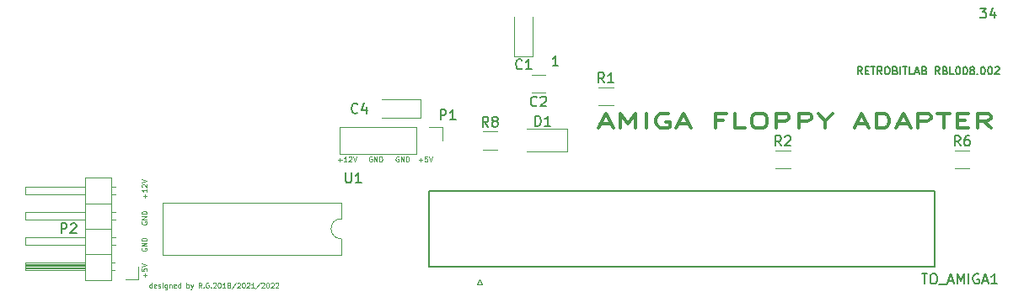
<source format=gto>
%TF.GenerationSoftware,KiCad,Pcbnew,5.1.9+dfsg1-1*%
%TF.CreationDate,2022-04-01T11:17:58+02:00*%
%TF.ProjectId,AmigaPCDriveAdapter,416d6967-6150-4434-9472-697665416461,2.0*%
%TF.SameCoordinates,Original*%
%TF.FileFunction,Legend,Top*%
%TF.FilePolarity,Positive*%
%FSLAX46Y46*%
G04 Gerber Fmt 4.6, Leading zero omitted, Abs format (unit mm)*
G04 Created by KiCad (PCBNEW 5.1.9+dfsg1-1) date 2022-04-01 11:17:58*
%MOMM*%
%LPD*%
G01*
G04 APERTURE LIST*
%ADD10C,0.100000*%
%ADD11C,0.200000*%
%ADD12C,0.300000*%
%ADD13C,0.150000*%
%ADD14C,0.120000*%
G04 APERTURE END LIST*
D10*
X133504523Y-102160714D02*
X133885476Y-102160714D01*
X133695000Y-102351190D02*
X133695000Y-101970238D01*
X134385476Y-102351190D02*
X134099761Y-102351190D01*
X134242619Y-102351190D02*
X134242619Y-101851190D01*
X134195000Y-101922619D01*
X134147380Y-101970238D01*
X134099761Y-101994047D01*
X134575952Y-101898809D02*
X134599761Y-101875000D01*
X134647380Y-101851190D01*
X134766428Y-101851190D01*
X134814047Y-101875000D01*
X134837857Y-101898809D01*
X134861666Y-101946428D01*
X134861666Y-101994047D01*
X134837857Y-102065476D01*
X134552142Y-102351190D01*
X134861666Y-102351190D01*
X135004523Y-101851190D02*
X135171190Y-102351190D01*
X135337857Y-101851190D01*
X136909285Y-101875000D02*
X136861666Y-101851190D01*
X136790238Y-101851190D01*
X136718809Y-101875000D01*
X136671190Y-101922619D01*
X136647380Y-101970238D01*
X136623571Y-102065476D01*
X136623571Y-102136904D01*
X136647380Y-102232142D01*
X136671190Y-102279761D01*
X136718809Y-102327380D01*
X136790238Y-102351190D01*
X136837857Y-102351190D01*
X136909285Y-102327380D01*
X136933095Y-102303571D01*
X136933095Y-102136904D01*
X136837857Y-102136904D01*
X137147380Y-102351190D02*
X137147380Y-101851190D01*
X137433095Y-102351190D01*
X137433095Y-101851190D01*
X137671190Y-102351190D02*
X137671190Y-101851190D01*
X137790238Y-101851190D01*
X137861666Y-101875000D01*
X137909285Y-101922619D01*
X137933095Y-101970238D01*
X137956904Y-102065476D01*
X137956904Y-102136904D01*
X137933095Y-102232142D01*
X137909285Y-102279761D01*
X137861666Y-102327380D01*
X137790238Y-102351190D01*
X137671190Y-102351190D01*
X139575952Y-101875000D02*
X139528333Y-101851190D01*
X139456904Y-101851190D01*
X139385476Y-101875000D01*
X139337857Y-101922619D01*
X139314047Y-101970238D01*
X139290238Y-102065476D01*
X139290238Y-102136904D01*
X139314047Y-102232142D01*
X139337857Y-102279761D01*
X139385476Y-102327380D01*
X139456904Y-102351190D01*
X139504523Y-102351190D01*
X139575952Y-102327380D01*
X139599761Y-102303571D01*
X139599761Y-102136904D01*
X139504523Y-102136904D01*
X139814047Y-102351190D02*
X139814047Y-101851190D01*
X140099761Y-102351190D01*
X140099761Y-101851190D01*
X140337857Y-102351190D02*
X140337857Y-101851190D01*
X140456904Y-101851190D01*
X140528333Y-101875000D01*
X140575952Y-101922619D01*
X140599761Y-101970238D01*
X140623571Y-102065476D01*
X140623571Y-102136904D01*
X140599761Y-102232142D01*
X140575952Y-102279761D01*
X140528333Y-102327380D01*
X140456904Y-102351190D01*
X140337857Y-102351190D01*
X141599761Y-102160714D02*
X141980714Y-102160714D01*
X141790238Y-102351190D02*
X141790238Y-101970238D01*
X142456904Y-101851190D02*
X142218809Y-101851190D01*
X142195000Y-102089285D01*
X142218809Y-102065476D01*
X142266428Y-102041666D01*
X142385476Y-102041666D01*
X142433095Y-102065476D01*
X142456904Y-102089285D01*
X142480714Y-102136904D01*
X142480714Y-102255952D01*
X142456904Y-102303571D01*
X142433095Y-102327380D01*
X142385476Y-102351190D01*
X142266428Y-102351190D01*
X142218809Y-102327380D01*
X142195000Y-102303571D01*
X142623571Y-101851190D02*
X142790238Y-102351190D01*
X142956904Y-101851190D01*
X114100714Y-113990952D02*
X114100714Y-113610000D01*
X114291190Y-113800476D02*
X113910238Y-113800476D01*
X113791190Y-113133809D02*
X113791190Y-113371904D01*
X114029285Y-113395714D01*
X114005476Y-113371904D01*
X113981666Y-113324285D01*
X113981666Y-113205238D01*
X114005476Y-113157619D01*
X114029285Y-113133809D01*
X114076904Y-113110000D01*
X114195952Y-113110000D01*
X114243571Y-113133809D01*
X114267380Y-113157619D01*
X114291190Y-113205238D01*
X114291190Y-113324285D01*
X114267380Y-113371904D01*
X114243571Y-113395714D01*
X113791190Y-112967142D02*
X114291190Y-112800476D01*
X113791190Y-112633809D01*
X113815000Y-111062380D02*
X113791190Y-111110000D01*
X113791190Y-111181428D01*
X113815000Y-111252857D01*
X113862619Y-111300476D01*
X113910238Y-111324285D01*
X114005476Y-111348095D01*
X114076904Y-111348095D01*
X114172142Y-111324285D01*
X114219761Y-111300476D01*
X114267380Y-111252857D01*
X114291190Y-111181428D01*
X114291190Y-111133809D01*
X114267380Y-111062380D01*
X114243571Y-111038571D01*
X114076904Y-111038571D01*
X114076904Y-111133809D01*
X114291190Y-110824285D02*
X113791190Y-110824285D01*
X114291190Y-110538571D01*
X113791190Y-110538571D01*
X114291190Y-110300476D02*
X113791190Y-110300476D01*
X113791190Y-110181428D01*
X113815000Y-110110000D01*
X113862619Y-110062380D01*
X113910238Y-110038571D01*
X114005476Y-110014761D01*
X114076904Y-110014761D01*
X114172142Y-110038571D01*
X114219761Y-110062380D01*
X114267380Y-110110000D01*
X114291190Y-110181428D01*
X114291190Y-110300476D01*
X113815000Y-108395714D02*
X113791190Y-108443333D01*
X113791190Y-108514761D01*
X113815000Y-108586190D01*
X113862619Y-108633809D01*
X113910238Y-108657619D01*
X114005476Y-108681428D01*
X114076904Y-108681428D01*
X114172142Y-108657619D01*
X114219761Y-108633809D01*
X114267380Y-108586190D01*
X114291190Y-108514761D01*
X114291190Y-108467142D01*
X114267380Y-108395714D01*
X114243571Y-108371904D01*
X114076904Y-108371904D01*
X114076904Y-108467142D01*
X114291190Y-108157619D02*
X113791190Y-108157619D01*
X114291190Y-107871904D01*
X113791190Y-107871904D01*
X114291190Y-107633809D02*
X113791190Y-107633809D01*
X113791190Y-107514761D01*
X113815000Y-107443333D01*
X113862619Y-107395714D01*
X113910238Y-107371904D01*
X114005476Y-107348095D01*
X114076904Y-107348095D01*
X114172142Y-107371904D01*
X114219761Y-107395714D01*
X114267380Y-107443333D01*
X114291190Y-107514761D01*
X114291190Y-107633809D01*
X114100714Y-105990952D02*
X114100714Y-105610000D01*
X114291190Y-105800476D02*
X113910238Y-105800476D01*
X114291190Y-105110000D02*
X114291190Y-105395714D01*
X114291190Y-105252857D02*
X113791190Y-105252857D01*
X113862619Y-105300476D01*
X113910238Y-105348095D01*
X113934047Y-105395714D01*
X113838809Y-104919523D02*
X113815000Y-104895714D01*
X113791190Y-104848095D01*
X113791190Y-104729047D01*
X113815000Y-104681428D01*
X113838809Y-104657619D01*
X113886428Y-104633809D01*
X113934047Y-104633809D01*
X114005476Y-104657619D01*
X114291190Y-104943333D01*
X114291190Y-104633809D01*
X113791190Y-104490952D02*
X114291190Y-104324285D01*
X113791190Y-104157619D01*
X114811904Y-115051190D02*
X114811904Y-114551190D01*
X114811904Y-115027380D02*
X114764285Y-115051190D01*
X114669047Y-115051190D01*
X114621428Y-115027380D01*
X114597619Y-115003571D01*
X114573809Y-114955952D01*
X114573809Y-114813095D01*
X114597619Y-114765476D01*
X114621428Y-114741666D01*
X114669047Y-114717857D01*
X114764285Y-114717857D01*
X114811904Y-114741666D01*
X115240476Y-115027380D02*
X115192857Y-115051190D01*
X115097619Y-115051190D01*
X115050000Y-115027380D01*
X115026190Y-114979761D01*
X115026190Y-114789285D01*
X115050000Y-114741666D01*
X115097619Y-114717857D01*
X115192857Y-114717857D01*
X115240476Y-114741666D01*
X115264285Y-114789285D01*
X115264285Y-114836904D01*
X115026190Y-114884523D01*
X115454761Y-115027380D02*
X115502380Y-115051190D01*
X115597619Y-115051190D01*
X115645238Y-115027380D01*
X115669047Y-114979761D01*
X115669047Y-114955952D01*
X115645238Y-114908333D01*
X115597619Y-114884523D01*
X115526190Y-114884523D01*
X115478571Y-114860714D01*
X115454761Y-114813095D01*
X115454761Y-114789285D01*
X115478571Y-114741666D01*
X115526190Y-114717857D01*
X115597619Y-114717857D01*
X115645238Y-114741666D01*
X115883333Y-115051190D02*
X115883333Y-114717857D01*
X115883333Y-114551190D02*
X115859523Y-114575000D01*
X115883333Y-114598809D01*
X115907142Y-114575000D01*
X115883333Y-114551190D01*
X115883333Y-114598809D01*
X116335714Y-114717857D02*
X116335714Y-115122619D01*
X116311904Y-115170238D01*
X116288095Y-115194047D01*
X116240476Y-115217857D01*
X116169047Y-115217857D01*
X116121428Y-115194047D01*
X116335714Y-115027380D02*
X116288095Y-115051190D01*
X116192857Y-115051190D01*
X116145238Y-115027380D01*
X116121428Y-115003571D01*
X116097619Y-114955952D01*
X116097619Y-114813095D01*
X116121428Y-114765476D01*
X116145238Y-114741666D01*
X116192857Y-114717857D01*
X116288095Y-114717857D01*
X116335714Y-114741666D01*
X116573809Y-114717857D02*
X116573809Y-115051190D01*
X116573809Y-114765476D02*
X116597619Y-114741666D01*
X116645238Y-114717857D01*
X116716666Y-114717857D01*
X116764285Y-114741666D01*
X116788095Y-114789285D01*
X116788095Y-115051190D01*
X117216666Y-115027380D02*
X117169047Y-115051190D01*
X117073809Y-115051190D01*
X117026190Y-115027380D01*
X117002380Y-114979761D01*
X117002380Y-114789285D01*
X117026190Y-114741666D01*
X117073809Y-114717857D01*
X117169047Y-114717857D01*
X117216666Y-114741666D01*
X117240476Y-114789285D01*
X117240476Y-114836904D01*
X117002380Y-114884523D01*
X117669047Y-115051190D02*
X117669047Y-114551190D01*
X117669047Y-115027380D02*
X117621428Y-115051190D01*
X117526190Y-115051190D01*
X117478571Y-115027380D01*
X117454761Y-115003571D01*
X117430952Y-114955952D01*
X117430952Y-114813095D01*
X117454761Y-114765476D01*
X117478571Y-114741666D01*
X117526190Y-114717857D01*
X117621428Y-114717857D01*
X117669047Y-114741666D01*
X118288095Y-115051190D02*
X118288095Y-114551190D01*
X118288095Y-114741666D02*
X118335714Y-114717857D01*
X118430952Y-114717857D01*
X118478571Y-114741666D01*
X118502380Y-114765476D01*
X118526190Y-114813095D01*
X118526190Y-114955952D01*
X118502380Y-115003571D01*
X118478571Y-115027380D01*
X118430952Y-115051190D01*
X118335714Y-115051190D01*
X118288095Y-115027380D01*
X118692857Y-114717857D02*
X118811904Y-115051190D01*
X118930952Y-114717857D02*
X118811904Y-115051190D01*
X118764285Y-115170238D01*
X118740476Y-115194047D01*
X118692857Y-115217857D01*
X119788095Y-115051190D02*
X119621428Y-114813095D01*
X119502380Y-115051190D02*
X119502380Y-114551190D01*
X119692857Y-114551190D01*
X119740476Y-114575000D01*
X119764285Y-114598809D01*
X119788095Y-114646428D01*
X119788095Y-114717857D01*
X119764285Y-114765476D01*
X119740476Y-114789285D01*
X119692857Y-114813095D01*
X119502380Y-114813095D01*
X120002380Y-115003571D02*
X120026190Y-115027380D01*
X120002380Y-115051190D01*
X119978571Y-115027380D01*
X120002380Y-115003571D01*
X120002380Y-115051190D01*
X120502380Y-114575000D02*
X120454761Y-114551190D01*
X120383333Y-114551190D01*
X120311904Y-114575000D01*
X120264285Y-114622619D01*
X120240476Y-114670238D01*
X120216666Y-114765476D01*
X120216666Y-114836904D01*
X120240476Y-114932142D01*
X120264285Y-114979761D01*
X120311904Y-115027380D01*
X120383333Y-115051190D01*
X120430952Y-115051190D01*
X120502380Y-115027380D01*
X120526190Y-115003571D01*
X120526190Y-114836904D01*
X120430952Y-114836904D01*
X120740476Y-115003571D02*
X120764285Y-115027380D01*
X120740476Y-115051190D01*
X120716666Y-115027380D01*
X120740476Y-115003571D01*
X120740476Y-115051190D01*
X120954761Y-114598809D02*
X120978571Y-114575000D01*
X121026190Y-114551190D01*
X121145238Y-114551190D01*
X121192857Y-114575000D01*
X121216666Y-114598809D01*
X121240476Y-114646428D01*
X121240476Y-114694047D01*
X121216666Y-114765476D01*
X120930952Y-115051190D01*
X121240476Y-115051190D01*
X121550000Y-114551190D02*
X121597619Y-114551190D01*
X121645238Y-114575000D01*
X121669047Y-114598809D01*
X121692857Y-114646428D01*
X121716666Y-114741666D01*
X121716666Y-114860714D01*
X121692857Y-114955952D01*
X121669047Y-115003571D01*
X121645238Y-115027380D01*
X121597619Y-115051190D01*
X121550000Y-115051190D01*
X121502380Y-115027380D01*
X121478571Y-115003571D01*
X121454761Y-114955952D01*
X121430952Y-114860714D01*
X121430952Y-114741666D01*
X121454761Y-114646428D01*
X121478571Y-114598809D01*
X121502380Y-114575000D01*
X121550000Y-114551190D01*
X122192857Y-115051190D02*
X121907142Y-115051190D01*
X122050000Y-115051190D02*
X122050000Y-114551190D01*
X122002380Y-114622619D01*
X121954761Y-114670238D01*
X121907142Y-114694047D01*
X122478571Y-114765476D02*
X122430952Y-114741666D01*
X122407142Y-114717857D01*
X122383333Y-114670238D01*
X122383333Y-114646428D01*
X122407142Y-114598809D01*
X122430952Y-114575000D01*
X122478571Y-114551190D01*
X122573809Y-114551190D01*
X122621428Y-114575000D01*
X122645238Y-114598809D01*
X122669047Y-114646428D01*
X122669047Y-114670238D01*
X122645238Y-114717857D01*
X122621428Y-114741666D01*
X122573809Y-114765476D01*
X122478571Y-114765476D01*
X122430952Y-114789285D01*
X122407142Y-114813095D01*
X122383333Y-114860714D01*
X122383333Y-114955952D01*
X122407142Y-115003571D01*
X122430952Y-115027380D01*
X122478571Y-115051190D01*
X122573809Y-115051190D01*
X122621428Y-115027380D01*
X122645238Y-115003571D01*
X122669047Y-114955952D01*
X122669047Y-114860714D01*
X122645238Y-114813095D01*
X122621428Y-114789285D01*
X122573809Y-114765476D01*
X123240476Y-114527380D02*
X122811904Y-115170238D01*
X123383333Y-114598809D02*
X123407142Y-114575000D01*
X123454761Y-114551190D01*
X123573809Y-114551190D01*
X123621428Y-114575000D01*
X123645238Y-114598809D01*
X123669047Y-114646428D01*
X123669047Y-114694047D01*
X123645238Y-114765476D01*
X123359523Y-115051190D01*
X123669047Y-115051190D01*
X123978571Y-114551190D02*
X124026190Y-114551190D01*
X124073809Y-114575000D01*
X124097619Y-114598809D01*
X124121428Y-114646428D01*
X124145238Y-114741666D01*
X124145238Y-114860714D01*
X124121428Y-114955952D01*
X124097619Y-115003571D01*
X124073809Y-115027380D01*
X124026190Y-115051190D01*
X123978571Y-115051190D01*
X123930952Y-115027380D01*
X123907142Y-115003571D01*
X123883333Y-114955952D01*
X123859523Y-114860714D01*
X123859523Y-114741666D01*
X123883333Y-114646428D01*
X123907142Y-114598809D01*
X123930952Y-114575000D01*
X123978571Y-114551190D01*
X124335714Y-114598809D02*
X124359523Y-114575000D01*
X124407142Y-114551190D01*
X124526190Y-114551190D01*
X124573809Y-114575000D01*
X124597619Y-114598809D01*
X124621428Y-114646428D01*
X124621428Y-114694047D01*
X124597619Y-114765476D01*
X124311904Y-115051190D01*
X124621428Y-115051190D01*
X125097619Y-115051190D02*
X124811904Y-115051190D01*
X124954761Y-115051190D02*
X124954761Y-114551190D01*
X124907142Y-114622619D01*
X124859523Y-114670238D01*
X124811904Y-114694047D01*
X125669047Y-114527380D02*
X125240476Y-115170238D01*
X125811904Y-114598809D02*
X125835714Y-114575000D01*
X125883333Y-114551190D01*
X126002380Y-114551190D01*
X126050000Y-114575000D01*
X126073809Y-114598809D01*
X126097619Y-114646428D01*
X126097619Y-114694047D01*
X126073809Y-114765476D01*
X125788095Y-115051190D01*
X126097619Y-115051190D01*
X126407142Y-114551190D02*
X126454761Y-114551190D01*
X126502380Y-114575000D01*
X126526190Y-114598809D01*
X126550000Y-114646428D01*
X126573809Y-114741666D01*
X126573809Y-114860714D01*
X126550000Y-114955952D01*
X126526190Y-115003571D01*
X126502380Y-115027380D01*
X126454761Y-115051190D01*
X126407142Y-115051190D01*
X126359523Y-115027380D01*
X126335714Y-115003571D01*
X126311904Y-114955952D01*
X126288095Y-114860714D01*
X126288095Y-114741666D01*
X126311904Y-114646428D01*
X126335714Y-114598809D01*
X126359523Y-114575000D01*
X126407142Y-114551190D01*
X126764285Y-114598809D02*
X126788095Y-114575000D01*
X126835714Y-114551190D01*
X126954761Y-114551190D01*
X127002380Y-114575000D01*
X127026190Y-114598809D01*
X127050000Y-114646428D01*
X127050000Y-114694047D01*
X127026190Y-114765476D01*
X126740476Y-115051190D01*
X127050000Y-115051190D01*
X127240476Y-114598809D02*
X127264285Y-114575000D01*
X127311904Y-114551190D01*
X127430952Y-114551190D01*
X127478571Y-114575000D01*
X127502380Y-114598809D01*
X127526190Y-114646428D01*
X127526190Y-114694047D01*
X127502380Y-114765476D01*
X127216666Y-115051190D01*
X127526190Y-115051190D01*
D11*
X198010476Y-86912380D02*
X198629523Y-86912380D01*
X198296190Y-87293333D01*
X198439047Y-87293333D01*
X198534285Y-87340952D01*
X198581904Y-87388571D01*
X198629523Y-87483809D01*
X198629523Y-87721904D01*
X198581904Y-87817142D01*
X198534285Y-87864761D01*
X198439047Y-87912380D01*
X198153333Y-87912380D01*
X198058095Y-87864761D01*
X198010476Y-87817142D01*
X199486666Y-87245714D02*
X199486666Y-87912380D01*
X199248571Y-86864761D02*
X199010476Y-87579047D01*
X199629523Y-87579047D01*
X155635714Y-92722380D02*
X155064285Y-92722380D01*
X155350000Y-92722380D02*
X155350000Y-91722380D01*
X155254761Y-91865238D01*
X155159523Y-91960476D01*
X155064285Y-92008095D01*
D12*
X159862857Y-98565000D02*
X160934285Y-98565000D01*
X159648571Y-98993571D02*
X160398571Y-97493571D01*
X161148571Y-98993571D01*
X161898571Y-98993571D02*
X161898571Y-97493571D01*
X162648571Y-98565000D01*
X163398571Y-97493571D01*
X163398571Y-98993571D01*
X164470000Y-98993571D02*
X164470000Y-97493571D01*
X166720000Y-97565000D02*
X166505714Y-97493571D01*
X166184285Y-97493571D01*
X165862857Y-97565000D01*
X165648571Y-97707857D01*
X165541428Y-97850714D01*
X165434285Y-98136428D01*
X165434285Y-98350714D01*
X165541428Y-98636428D01*
X165648571Y-98779285D01*
X165862857Y-98922142D01*
X166184285Y-98993571D01*
X166398571Y-98993571D01*
X166720000Y-98922142D01*
X166827142Y-98850714D01*
X166827142Y-98350714D01*
X166398571Y-98350714D01*
X167684285Y-98565000D02*
X168755714Y-98565000D01*
X167470000Y-98993571D02*
X168220000Y-97493571D01*
X168970000Y-98993571D01*
X172184285Y-98207857D02*
X171434285Y-98207857D01*
X171434285Y-98993571D02*
X171434285Y-97493571D01*
X172505714Y-97493571D01*
X174434285Y-98993571D02*
X173362857Y-98993571D01*
X173362857Y-97493571D01*
X175612857Y-97493571D02*
X176041428Y-97493571D01*
X176255714Y-97565000D01*
X176470000Y-97707857D01*
X176577142Y-97993571D01*
X176577142Y-98493571D01*
X176470000Y-98779285D01*
X176255714Y-98922142D01*
X176041428Y-98993571D01*
X175612857Y-98993571D01*
X175398571Y-98922142D01*
X175184285Y-98779285D01*
X175077142Y-98493571D01*
X175077142Y-97993571D01*
X175184285Y-97707857D01*
X175398571Y-97565000D01*
X175612857Y-97493571D01*
X177541428Y-98993571D02*
X177541428Y-97493571D01*
X178398571Y-97493571D01*
X178612857Y-97565000D01*
X178720000Y-97636428D01*
X178827142Y-97779285D01*
X178827142Y-97993571D01*
X178720000Y-98136428D01*
X178612857Y-98207857D01*
X178398571Y-98279285D01*
X177541428Y-98279285D01*
X179791428Y-98993571D02*
X179791428Y-97493571D01*
X180648571Y-97493571D01*
X180862857Y-97565000D01*
X180970000Y-97636428D01*
X181077142Y-97779285D01*
X181077142Y-97993571D01*
X180970000Y-98136428D01*
X180862857Y-98207857D01*
X180648571Y-98279285D01*
X179791428Y-98279285D01*
X182470000Y-98279285D02*
X182470000Y-98993571D01*
X181720000Y-97493571D02*
X182470000Y-98279285D01*
X183220000Y-97493571D01*
X185577142Y-98565000D02*
X186648571Y-98565000D01*
X185362857Y-98993571D02*
X186112857Y-97493571D01*
X186862857Y-98993571D01*
X187612857Y-98993571D02*
X187612857Y-97493571D01*
X188148571Y-97493571D01*
X188470000Y-97565000D01*
X188684285Y-97707857D01*
X188791428Y-97850714D01*
X188898571Y-98136428D01*
X188898571Y-98350714D01*
X188791428Y-98636428D01*
X188684285Y-98779285D01*
X188470000Y-98922142D01*
X188148571Y-98993571D01*
X187612857Y-98993571D01*
X189755714Y-98565000D02*
X190827142Y-98565000D01*
X189541428Y-98993571D02*
X190291428Y-97493571D01*
X191041428Y-98993571D01*
X191791428Y-98993571D02*
X191791428Y-97493571D01*
X192648571Y-97493571D01*
X192862857Y-97565000D01*
X192970000Y-97636428D01*
X193077142Y-97779285D01*
X193077142Y-97993571D01*
X192970000Y-98136428D01*
X192862857Y-98207857D01*
X192648571Y-98279285D01*
X191791428Y-98279285D01*
X193720000Y-97493571D02*
X195005714Y-97493571D01*
X194362857Y-98993571D02*
X194362857Y-97493571D01*
X195755714Y-98207857D02*
X196505714Y-98207857D01*
X196827142Y-98993571D02*
X195755714Y-98993571D01*
X195755714Y-97493571D01*
X196827142Y-97493571D01*
X199077142Y-98993571D02*
X198327142Y-98279285D01*
X197791428Y-98993571D02*
X197791428Y-97493571D01*
X198648571Y-97493571D01*
X198862857Y-97565000D01*
X198970000Y-97636428D01*
X199077142Y-97779285D01*
X199077142Y-97993571D01*
X198970000Y-98136428D01*
X198862857Y-98207857D01*
X198648571Y-98279285D01*
X197791428Y-98279285D01*
D13*
X186144285Y-93574285D02*
X185894285Y-93217142D01*
X185715714Y-93574285D02*
X185715714Y-92824285D01*
X186001428Y-92824285D01*
X186072857Y-92860000D01*
X186108571Y-92895714D01*
X186144285Y-92967142D01*
X186144285Y-93074285D01*
X186108571Y-93145714D01*
X186072857Y-93181428D01*
X186001428Y-93217142D01*
X185715714Y-93217142D01*
X186465714Y-93181428D02*
X186715714Y-93181428D01*
X186822857Y-93574285D02*
X186465714Y-93574285D01*
X186465714Y-92824285D01*
X186822857Y-92824285D01*
X187037142Y-92824285D02*
X187465714Y-92824285D01*
X187251428Y-93574285D02*
X187251428Y-92824285D01*
X188144285Y-93574285D02*
X187894285Y-93217142D01*
X187715714Y-93574285D02*
X187715714Y-92824285D01*
X188001428Y-92824285D01*
X188072857Y-92860000D01*
X188108571Y-92895714D01*
X188144285Y-92967142D01*
X188144285Y-93074285D01*
X188108571Y-93145714D01*
X188072857Y-93181428D01*
X188001428Y-93217142D01*
X187715714Y-93217142D01*
X188608571Y-92824285D02*
X188751428Y-92824285D01*
X188822857Y-92860000D01*
X188894285Y-92931428D01*
X188930000Y-93074285D01*
X188930000Y-93324285D01*
X188894285Y-93467142D01*
X188822857Y-93538571D01*
X188751428Y-93574285D01*
X188608571Y-93574285D01*
X188537142Y-93538571D01*
X188465714Y-93467142D01*
X188430000Y-93324285D01*
X188430000Y-93074285D01*
X188465714Y-92931428D01*
X188537142Y-92860000D01*
X188608571Y-92824285D01*
X189501428Y-93181428D02*
X189608571Y-93217142D01*
X189644285Y-93252857D01*
X189680000Y-93324285D01*
X189680000Y-93431428D01*
X189644285Y-93502857D01*
X189608571Y-93538571D01*
X189537142Y-93574285D01*
X189251428Y-93574285D01*
X189251428Y-92824285D01*
X189501428Y-92824285D01*
X189572857Y-92860000D01*
X189608571Y-92895714D01*
X189644285Y-92967142D01*
X189644285Y-93038571D01*
X189608571Y-93110000D01*
X189572857Y-93145714D01*
X189501428Y-93181428D01*
X189251428Y-93181428D01*
X190001428Y-93574285D02*
X190001428Y-92824285D01*
X190251428Y-92824285D02*
X190680000Y-92824285D01*
X190465714Y-93574285D02*
X190465714Y-92824285D01*
X191287142Y-93574285D02*
X190930000Y-93574285D01*
X190930000Y-92824285D01*
X191501428Y-93360000D02*
X191858571Y-93360000D01*
X191430000Y-93574285D02*
X191680000Y-92824285D01*
X191930000Y-93574285D01*
X192430000Y-93181428D02*
X192537142Y-93217142D01*
X192572857Y-93252857D01*
X192608571Y-93324285D01*
X192608571Y-93431428D01*
X192572857Y-93502857D01*
X192537142Y-93538571D01*
X192465714Y-93574285D01*
X192180000Y-93574285D01*
X192180000Y-92824285D01*
X192430000Y-92824285D01*
X192501428Y-92860000D01*
X192537142Y-92895714D01*
X192572857Y-92967142D01*
X192572857Y-93038571D01*
X192537142Y-93110000D01*
X192501428Y-93145714D01*
X192430000Y-93181428D01*
X192180000Y-93181428D01*
X193930000Y-93574285D02*
X193680000Y-93217142D01*
X193501428Y-93574285D02*
X193501428Y-92824285D01*
X193787142Y-92824285D01*
X193858571Y-92860000D01*
X193894285Y-92895714D01*
X193930000Y-92967142D01*
X193930000Y-93074285D01*
X193894285Y-93145714D01*
X193858571Y-93181428D01*
X193787142Y-93217142D01*
X193501428Y-93217142D01*
X194501428Y-93181428D02*
X194608571Y-93217142D01*
X194644285Y-93252857D01*
X194680000Y-93324285D01*
X194680000Y-93431428D01*
X194644285Y-93502857D01*
X194608571Y-93538571D01*
X194537142Y-93574285D01*
X194251428Y-93574285D01*
X194251428Y-92824285D01*
X194501428Y-92824285D01*
X194572857Y-92860000D01*
X194608571Y-92895714D01*
X194644285Y-92967142D01*
X194644285Y-93038571D01*
X194608571Y-93110000D01*
X194572857Y-93145714D01*
X194501428Y-93181428D01*
X194251428Y-93181428D01*
X195358571Y-93574285D02*
X195001428Y-93574285D01*
X195001428Y-92824285D01*
X195751428Y-92824285D02*
X195822857Y-92824285D01*
X195894285Y-92860000D01*
X195930000Y-92895714D01*
X195965714Y-92967142D01*
X196001428Y-93110000D01*
X196001428Y-93288571D01*
X195965714Y-93431428D01*
X195930000Y-93502857D01*
X195894285Y-93538571D01*
X195822857Y-93574285D01*
X195751428Y-93574285D01*
X195680000Y-93538571D01*
X195644285Y-93502857D01*
X195608571Y-93431428D01*
X195572857Y-93288571D01*
X195572857Y-93110000D01*
X195608571Y-92967142D01*
X195644285Y-92895714D01*
X195680000Y-92860000D01*
X195751428Y-92824285D01*
X196465714Y-92824285D02*
X196537142Y-92824285D01*
X196608571Y-92860000D01*
X196644285Y-92895714D01*
X196680000Y-92967142D01*
X196715714Y-93110000D01*
X196715714Y-93288571D01*
X196680000Y-93431428D01*
X196644285Y-93502857D01*
X196608571Y-93538571D01*
X196537142Y-93574285D01*
X196465714Y-93574285D01*
X196394285Y-93538571D01*
X196358571Y-93502857D01*
X196322857Y-93431428D01*
X196287142Y-93288571D01*
X196287142Y-93110000D01*
X196322857Y-92967142D01*
X196358571Y-92895714D01*
X196394285Y-92860000D01*
X196465714Y-92824285D01*
X197144285Y-93145714D02*
X197072857Y-93110000D01*
X197037142Y-93074285D01*
X197001428Y-93002857D01*
X197001428Y-92967142D01*
X197037142Y-92895714D01*
X197072857Y-92860000D01*
X197144285Y-92824285D01*
X197287142Y-92824285D01*
X197358571Y-92860000D01*
X197394285Y-92895714D01*
X197430000Y-92967142D01*
X197430000Y-93002857D01*
X197394285Y-93074285D01*
X197358571Y-93110000D01*
X197287142Y-93145714D01*
X197144285Y-93145714D01*
X197072857Y-93181428D01*
X197037142Y-93217142D01*
X197001428Y-93288571D01*
X197001428Y-93431428D01*
X197037142Y-93502857D01*
X197072857Y-93538571D01*
X197144285Y-93574285D01*
X197287142Y-93574285D01*
X197358571Y-93538571D01*
X197394285Y-93502857D01*
X197430000Y-93431428D01*
X197430000Y-93288571D01*
X197394285Y-93217142D01*
X197358571Y-93181428D01*
X197287142Y-93145714D01*
X197751428Y-93502857D02*
X197787142Y-93538571D01*
X197751428Y-93574285D01*
X197715714Y-93538571D01*
X197751428Y-93502857D01*
X197751428Y-93574285D01*
X198251428Y-92824285D02*
X198322857Y-92824285D01*
X198394285Y-92860000D01*
X198430000Y-92895714D01*
X198465714Y-92967142D01*
X198501428Y-93110000D01*
X198501428Y-93288571D01*
X198465714Y-93431428D01*
X198430000Y-93502857D01*
X198394285Y-93538571D01*
X198322857Y-93574285D01*
X198251428Y-93574285D01*
X198180000Y-93538571D01*
X198144285Y-93502857D01*
X198108571Y-93431428D01*
X198072857Y-93288571D01*
X198072857Y-93110000D01*
X198108571Y-92967142D01*
X198144285Y-92895714D01*
X198180000Y-92860000D01*
X198251428Y-92824285D01*
X198965714Y-92824285D02*
X199037142Y-92824285D01*
X199108571Y-92860000D01*
X199144285Y-92895714D01*
X199180000Y-92967142D01*
X199215714Y-93110000D01*
X199215714Y-93288571D01*
X199180000Y-93431428D01*
X199144285Y-93502857D01*
X199108571Y-93538571D01*
X199037142Y-93574285D01*
X198965714Y-93574285D01*
X198894285Y-93538571D01*
X198858571Y-93502857D01*
X198822857Y-93431428D01*
X198787142Y-93288571D01*
X198787142Y-93110000D01*
X198822857Y-92967142D01*
X198858571Y-92895714D01*
X198894285Y-92860000D01*
X198965714Y-92824285D01*
X199501428Y-92895714D02*
X199537142Y-92860000D01*
X199608571Y-92824285D01*
X199787142Y-92824285D01*
X199858571Y-92860000D01*
X199894285Y-92895714D01*
X199930000Y-92967142D01*
X199930000Y-93038571D01*
X199894285Y-93145714D01*
X199465714Y-93574285D01*
X199930000Y-93574285D01*
D14*
X148044936Y-99310000D02*
X149499064Y-99310000D01*
X148044936Y-101130000D02*
X149499064Y-101130000D01*
X195470936Y-101215000D02*
X196925064Y-101215000D01*
X195470936Y-103035000D02*
X196925064Y-103035000D01*
X177472936Y-101215000D02*
X178927064Y-101215000D01*
X177472936Y-103035000D02*
X178927064Y-103035000D01*
X159692936Y-94865000D02*
X161147064Y-94865000D01*
X159692936Y-96685000D02*
X161147064Y-96685000D01*
X152940748Y-93595000D02*
X154363252Y-93595000D01*
X152940748Y-95415000D02*
X154363252Y-95415000D01*
X133810000Y-110110000D02*
G75*
G02*
X133810000Y-108110000I0J1000000D01*
G01*
X133810000Y-108110000D02*
X133810000Y-106460000D01*
X133810000Y-106460000D02*
X115910000Y-106460000D01*
X115910000Y-106460000D02*
X115910000Y-111760000D01*
X115910000Y-111760000D02*
X133810000Y-111760000D01*
X133810000Y-111760000D02*
X133810000Y-110110000D01*
X151230000Y-87825000D02*
X151230000Y-91735000D01*
X151230000Y-91735000D02*
X153100000Y-91735000D01*
X153100000Y-91735000D02*
X153100000Y-87825000D01*
X137865000Y-97980000D02*
X141775000Y-97980000D01*
X141775000Y-97980000D02*
X141775000Y-96110000D01*
X141775000Y-96110000D02*
X137865000Y-96110000D01*
X152470000Y-101355000D02*
X156530000Y-101355000D01*
X156530000Y-101355000D02*
X156530000Y-99085000D01*
X156530000Y-99085000D02*
X152470000Y-99085000D01*
X133690000Y-98890000D02*
X133690000Y-101550000D01*
X141370000Y-98890000D02*
X133690000Y-98890000D01*
X141370000Y-101550000D02*
X133690000Y-101550000D01*
X141370000Y-98890000D02*
X141370000Y-101550000D01*
X142640000Y-98890000D02*
X143970000Y-98890000D01*
X143970000Y-98890000D02*
X143970000Y-100220000D01*
X110720000Y-114250000D02*
X110720000Y-103970000D01*
X110720000Y-103970000D02*
X108060000Y-103970000D01*
X108060000Y-103970000D02*
X108060000Y-114250000D01*
X108060000Y-114250000D02*
X110720000Y-114250000D01*
X108060000Y-113300000D02*
X102060000Y-113300000D01*
X102060000Y-113300000D02*
X102060000Y-112540000D01*
X102060000Y-112540000D02*
X108060000Y-112540000D01*
X108060000Y-113240000D02*
X102060000Y-113240000D01*
X108060000Y-113120000D02*
X102060000Y-113120000D01*
X108060000Y-113000000D02*
X102060000Y-113000000D01*
X108060000Y-112880000D02*
X102060000Y-112880000D01*
X108060000Y-112760000D02*
X102060000Y-112760000D01*
X108060000Y-112640000D02*
X102060000Y-112640000D01*
X111050000Y-113300000D02*
X110720000Y-113300000D01*
X111050000Y-112540000D02*
X110720000Y-112540000D01*
X110720000Y-111650000D02*
X108060000Y-111650000D01*
X108060000Y-110760000D02*
X102060000Y-110760000D01*
X102060000Y-110760000D02*
X102060000Y-110000000D01*
X102060000Y-110000000D02*
X108060000Y-110000000D01*
X111117071Y-110760000D02*
X110720000Y-110760000D01*
X111117071Y-110000000D02*
X110720000Y-110000000D01*
X110720000Y-109110000D02*
X108060000Y-109110000D01*
X108060000Y-108220000D02*
X102060000Y-108220000D01*
X102060000Y-108220000D02*
X102060000Y-107460000D01*
X102060000Y-107460000D02*
X108060000Y-107460000D01*
X111117071Y-108220000D02*
X110720000Y-108220000D01*
X111117071Y-107460000D02*
X110720000Y-107460000D01*
X110720000Y-106570000D02*
X108060000Y-106570000D01*
X108060000Y-105680000D02*
X102060000Y-105680000D01*
X102060000Y-105680000D02*
X102060000Y-104920000D01*
X102060000Y-104920000D02*
X108060000Y-104920000D01*
X111117071Y-105680000D02*
X110720000Y-105680000D01*
X111117071Y-104920000D02*
X110720000Y-104920000D01*
X113430000Y-112920000D02*
X113430000Y-114190000D01*
X113430000Y-114190000D02*
X112160000Y-114190000D01*
D13*
X142640000Y-112920000D02*
X142640000Y-105300000D01*
X142640000Y-105300000D02*
X193440000Y-105300000D01*
X193440000Y-105300000D02*
X193440000Y-112920000D01*
X193440000Y-112920000D02*
X142640000Y-112920000D01*
D14*
X147974000Y-114698000D02*
X147720000Y-114190000D01*
X147466000Y-114698000D02*
X147974000Y-114698000D01*
X147720000Y-114190000D02*
X147466000Y-114698000D01*
D13*
X148605333Y-98852380D02*
X148272000Y-98376190D01*
X148033904Y-98852380D02*
X148033904Y-97852380D01*
X148414857Y-97852380D01*
X148510095Y-97900000D01*
X148557714Y-97947619D01*
X148605333Y-98042857D01*
X148605333Y-98185714D01*
X148557714Y-98280952D01*
X148510095Y-98328571D01*
X148414857Y-98376190D01*
X148033904Y-98376190D01*
X149176761Y-98280952D02*
X149081523Y-98233333D01*
X149033904Y-98185714D01*
X148986285Y-98090476D01*
X148986285Y-98042857D01*
X149033904Y-97947619D01*
X149081523Y-97900000D01*
X149176761Y-97852380D01*
X149367238Y-97852380D01*
X149462476Y-97900000D01*
X149510095Y-97947619D01*
X149557714Y-98042857D01*
X149557714Y-98090476D01*
X149510095Y-98185714D01*
X149462476Y-98233333D01*
X149367238Y-98280952D01*
X149176761Y-98280952D01*
X149081523Y-98328571D01*
X149033904Y-98376190D01*
X148986285Y-98471428D01*
X148986285Y-98661904D01*
X149033904Y-98757142D01*
X149081523Y-98804761D01*
X149176761Y-98852380D01*
X149367238Y-98852380D01*
X149462476Y-98804761D01*
X149510095Y-98757142D01*
X149557714Y-98661904D01*
X149557714Y-98471428D01*
X149510095Y-98376190D01*
X149462476Y-98328571D01*
X149367238Y-98280952D01*
X196031333Y-100757380D02*
X195698000Y-100281190D01*
X195459904Y-100757380D02*
X195459904Y-99757380D01*
X195840857Y-99757380D01*
X195936095Y-99805000D01*
X195983714Y-99852619D01*
X196031333Y-99947857D01*
X196031333Y-100090714D01*
X195983714Y-100185952D01*
X195936095Y-100233571D01*
X195840857Y-100281190D01*
X195459904Y-100281190D01*
X196888476Y-99757380D02*
X196698000Y-99757380D01*
X196602761Y-99805000D01*
X196555142Y-99852619D01*
X196459904Y-99995476D01*
X196412285Y-100185952D01*
X196412285Y-100566904D01*
X196459904Y-100662142D01*
X196507523Y-100709761D01*
X196602761Y-100757380D01*
X196793238Y-100757380D01*
X196888476Y-100709761D01*
X196936095Y-100662142D01*
X196983714Y-100566904D01*
X196983714Y-100328809D01*
X196936095Y-100233571D01*
X196888476Y-100185952D01*
X196793238Y-100138333D01*
X196602761Y-100138333D01*
X196507523Y-100185952D01*
X196459904Y-100233571D01*
X196412285Y-100328809D01*
X178033333Y-100757380D02*
X177700000Y-100281190D01*
X177461904Y-100757380D02*
X177461904Y-99757380D01*
X177842857Y-99757380D01*
X177938095Y-99805000D01*
X177985714Y-99852619D01*
X178033333Y-99947857D01*
X178033333Y-100090714D01*
X177985714Y-100185952D01*
X177938095Y-100233571D01*
X177842857Y-100281190D01*
X177461904Y-100281190D01*
X178414285Y-99852619D02*
X178461904Y-99805000D01*
X178557142Y-99757380D01*
X178795238Y-99757380D01*
X178890476Y-99805000D01*
X178938095Y-99852619D01*
X178985714Y-99947857D01*
X178985714Y-100043095D01*
X178938095Y-100185952D01*
X178366666Y-100757380D01*
X178985714Y-100757380D01*
X160253333Y-94407380D02*
X159920000Y-93931190D01*
X159681904Y-94407380D02*
X159681904Y-93407380D01*
X160062857Y-93407380D01*
X160158095Y-93455000D01*
X160205714Y-93502619D01*
X160253333Y-93597857D01*
X160253333Y-93740714D01*
X160205714Y-93835952D01*
X160158095Y-93883571D01*
X160062857Y-93931190D01*
X159681904Y-93931190D01*
X161205714Y-94407380D02*
X160634285Y-94407380D01*
X160920000Y-94407380D02*
X160920000Y-93407380D01*
X160824761Y-93550238D01*
X160729523Y-93645476D01*
X160634285Y-93693095D01*
X153473333Y-96707142D02*
X153425714Y-96754761D01*
X153282857Y-96802380D01*
X153187619Y-96802380D01*
X153044761Y-96754761D01*
X152949523Y-96659523D01*
X152901904Y-96564285D01*
X152854285Y-96373809D01*
X152854285Y-96230952D01*
X152901904Y-96040476D01*
X152949523Y-95945238D01*
X153044761Y-95850000D01*
X153187619Y-95802380D01*
X153282857Y-95802380D01*
X153425714Y-95850000D01*
X153473333Y-95897619D01*
X153854285Y-95897619D02*
X153901904Y-95850000D01*
X153997142Y-95802380D01*
X154235238Y-95802380D01*
X154330476Y-95850000D01*
X154378095Y-95897619D01*
X154425714Y-95992857D01*
X154425714Y-96088095D01*
X154378095Y-96230952D01*
X153806666Y-96802380D01*
X154425714Y-96802380D01*
X134258095Y-103482380D02*
X134258095Y-104291904D01*
X134305714Y-104387142D01*
X134353333Y-104434761D01*
X134448571Y-104482380D01*
X134639047Y-104482380D01*
X134734285Y-104434761D01*
X134781904Y-104387142D01*
X134829523Y-104291904D01*
X134829523Y-103482380D01*
X135829523Y-104482380D02*
X135258095Y-104482380D01*
X135543809Y-104482380D02*
X135543809Y-103482380D01*
X135448571Y-103625238D01*
X135353333Y-103720476D01*
X135258095Y-103768095D01*
X151998333Y-92957142D02*
X151950714Y-93004761D01*
X151807857Y-93052380D01*
X151712619Y-93052380D01*
X151569761Y-93004761D01*
X151474523Y-92909523D01*
X151426904Y-92814285D01*
X151379285Y-92623809D01*
X151379285Y-92480952D01*
X151426904Y-92290476D01*
X151474523Y-92195238D01*
X151569761Y-92100000D01*
X151712619Y-92052380D01*
X151807857Y-92052380D01*
X151950714Y-92100000D01*
X151998333Y-92147619D01*
X152950714Y-93052380D02*
X152379285Y-93052380D01*
X152665000Y-93052380D02*
X152665000Y-92052380D01*
X152569761Y-92195238D01*
X152474523Y-92290476D01*
X152379285Y-92338095D01*
X135488333Y-97402142D02*
X135440714Y-97449761D01*
X135297857Y-97497380D01*
X135202619Y-97497380D01*
X135059761Y-97449761D01*
X134964523Y-97354523D01*
X134916904Y-97259285D01*
X134869285Y-97068809D01*
X134869285Y-96925952D01*
X134916904Y-96735476D01*
X134964523Y-96640238D01*
X135059761Y-96545000D01*
X135202619Y-96497380D01*
X135297857Y-96497380D01*
X135440714Y-96545000D01*
X135488333Y-96592619D01*
X136345476Y-96830714D02*
X136345476Y-97497380D01*
X136107380Y-96449761D02*
X135869285Y-97164047D01*
X136488333Y-97164047D01*
X153331904Y-98767380D02*
X153331904Y-97767380D01*
X153570000Y-97767380D01*
X153712857Y-97815000D01*
X153808095Y-97910238D01*
X153855714Y-98005476D01*
X153903333Y-98195952D01*
X153903333Y-98338809D01*
X153855714Y-98529285D01*
X153808095Y-98624523D01*
X153712857Y-98719761D01*
X153570000Y-98767380D01*
X153331904Y-98767380D01*
X154855714Y-98767380D02*
X154284285Y-98767380D01*
X154570000Y-98767380D02*
X154570000Y-97767380D01*
X154474761Y-97910238D01*
X154379523Y-98005476D01*
X154284285Y-98053095D01*
X143806904Y-98132380D02*
X143806904Y-97132380D01*
X144187857Y-97132380D01*
X144283095Y-97180000D01*
X144330714Y-97227619D01*
X144378333Y-97322857D01*
X144378333Y-97465714D01*
X144330714Y-97560952D01*
X144283095Y-97608571D01*
X144187857Y-97656190D01*
X143806904Y-97656190D01*
X145330714Y-98132380D02*
X144759285Y-98132380D01*
X145045000Y-98132380D02*
X145045000Y-97132380D01*
X144949761Y-97275238D01*
X144854523Y-97370476D01*
X144759285Y-97418095D01*
X105706904Y-109562380D02*
X105706904Y-108562380D01*
X106087857Y-108562380D01*
X106183095Y-108610000D01*
X106230714Y-108657619D01*
X106278333Y-108752857D01*
X106278333Y-108895714D01*
X106230714Y-108990952D01*
X106183095Y-109038571D01*
X106087857Y-109086190D01*
X105706904Y-109086190D01*
X106659285Y-108657619D02*
X106706904Y-108610000D01*
X106802142Y-108562380D01*
X107040238Y-108562380D01*
X107135476Y-108610000D01*
X107183095Y-108657619D01*
X107230714Y-108752857D01*
X107230714Y-108848095D01*
X107183095Y-108990952D01*
X106611666Y-109562380D01*
X107230714Y-109562380D01*
X192146666Y-113642380D02*
X192718095Y-113642380D01*
X192432380Y-114642380D02*
X192432380Y-113642380D01*
X193241904Y-113642380D02*
X193432380Y-113642380D01*
X193527619Y-113690000D01*
X193622857Y-113785238D01*
X193670476Y-113975714D01*
X193670476Y-114309047D01*
X193622857Y-114499523D01*
X193527619Y-114594761D01*
X193432380Y-114642380D01*
X193241904Y-114642380D01*
X193146666Y-114594761D01*
X193051428Y-114499523D01*
X193003809Y-114309047D01*
X193003809Y-113975714D01*
X193051428Y-113785238D01*
X193146666Y-113690000D01*
X193241904Y-113642380D01*
X193860952Y-114737619D02*
X194622857Y-114737619D01*
X194813333Y-114356666D02*
X195289523Y-114356666D01*
X194718095Y-114642380D02*
X195051428Y-113642380D01*
X195384761Y-114642380D01*
X195718095Y-114642380D02*
X195718095Y-113642380D01*
X196051428Y-114356666D01*
X196384761Y-113642380D01*
X196384761Y-114642380D01*
X196860952Y-114642380D02*
X196860952Y-113642380D01*
X197860952Y-113690000D02*
X197765714Y-113642380D01*
X197622857Y-113642380D01*
X197480000Y-113690000D01*
X197384761Y-113785238D01*
X197337142Y-113880476D01*
X197289523Y-114070952D01*
X197289523Y-114213809D01*
X197337142Y-114404285D01*
X197384761Y-114499523D01*
X197480000Y-114594761D01*
X197622857Y-114642380D01*
X197718095Y-114642380D01*
X197860952Y-114594761D01*
X197908571Y-114547142D01*
X197908571Y-114213809D01*
X197718095Y-114213809D01*
X198289523Y-114356666D02*
X198765714Y-114356666D01*
X198194285Y-114642380D02*
X198527619Y-113642380D01*
X198860952Y-114642380D01*
X199718095Y-114642380D02*
X199146666Y-114642380D01*
X199432380Y-114642380D02*
X199432380Y-113642380D01*
X199337142Y-113785238D01*
X199241904Y-113880476D01*
X199146666Y-113928095D01*
M02*

</source>
